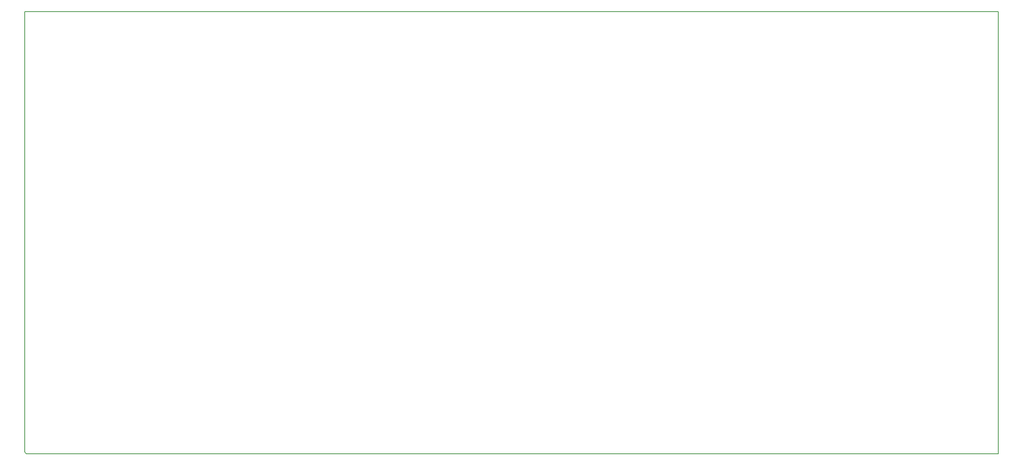
<source format=gbr>
%FSTAX23Y23*%
%MOIN*%
%SFA1B1*%

%IPPOS*%
%ADD86C,0.005000*%
%LNlv1_mechanical_1-1*%
%LPD*%
G54D86*
X09529Y00393D02*
X0953Y0433D01*
X0088Y00393D02*
X09529D01*
X00866Y00407D02*
X0088Y00393D01*
X00866Y00407D02*
Y0041D01*
Y0433*
X00866Y0433*
X0953Y0433*
M02*
</source>
